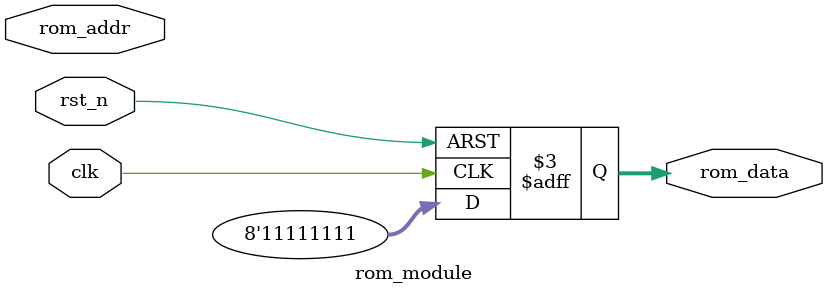
<source format=v>
module rom_module
(
    input clk,
    input rst_n,
    input [10:0] rom_addr,
    output reg [7:0] rom_data
);
    
    always @(posedge clk or negedge rst_n)
    begin
        if(~rst_n)
            rom_data <= 8'h00;
        else
            rom_data <= 8'hff;
    end
    
    
endmodule


</source>
